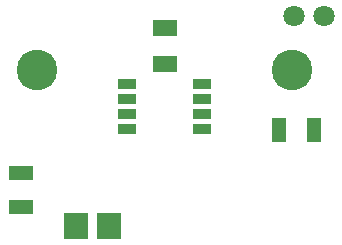
<source format=gbr>
G04 #@! TF.FileFunction,Soldermask,Top*
%FSLAX46Y46*%
G04 Gerber Fmt 4.6, Leading zero omitted, Abs format (unit mm)*
G04 Created by KiCad (PCBNEW 4.0.2-stable) date 2016 July 15, Friday 17:30:48*
%MOMM*%
G01*
G04 APERTURE LIST*
%ADD10C,0.100000*%
%ADD11R,2.000000X1.400000*%
%ADD12R,1.300000X2.100000*%
%ADD13R,2.100000X1.300000*%
%ADD14R,1.543000X0.908000*%
%ADD15C,1.797000*%
%ADD16C,3.448000*%
%ADD17R,1.997660X2.200860*%
G04 APERTURE END LIST*
D10*
D11*
X170180000Y-72112000D03*
X170180000Y-69112000D03*
D12*
X182806000Y-77724000D03*
X179906000Y-77724000D03*
D13*
X157988000Y-81354000D03*
X157988000Y-84254000D03*
D14*
X173355000Y-73787000D03*
X173355000Y-75057000D03*
X173355000Y-76327000D03*
X173355000Y-77597000D03*
X167005000Y-77597000D03*
X167005000Y-76327000D03*
X167005000Y-75057000D03*
X167005000Y-73787000D03*
D15*
X181102000Y-68072000D03*
X183642000Y-68072000D03*
D16*
X180975000Y-72644000D03*
X159385000Y-72644000D03*
D17*
X162664140Y-85852000D03*
X165503860Y-85852000D03*
M02*

</source>
